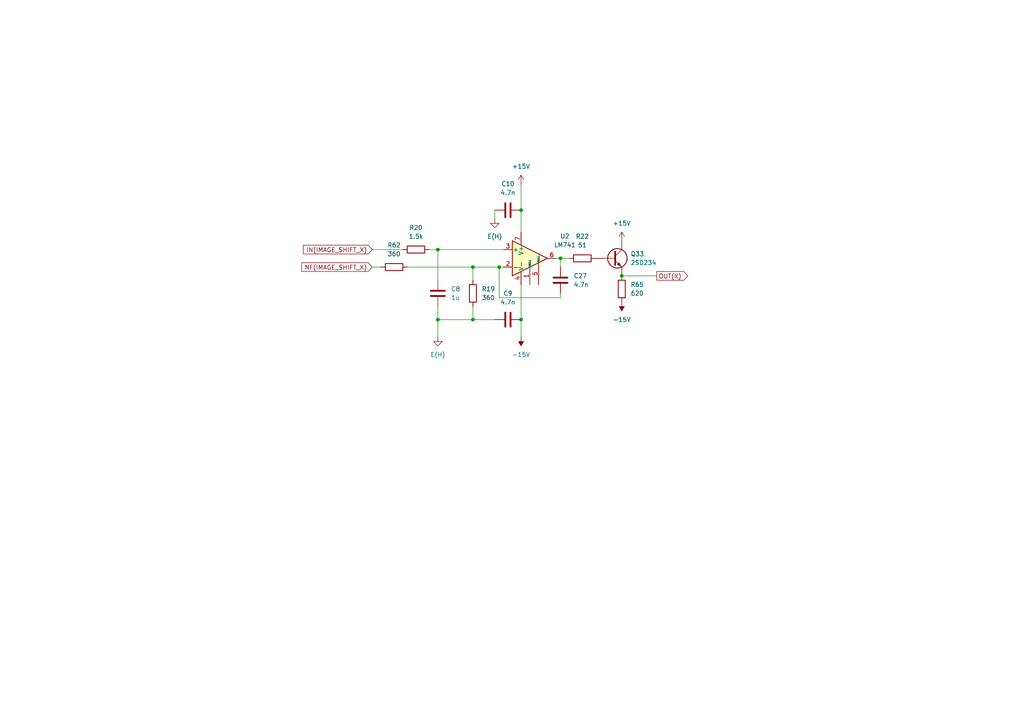
<source format=kicad_sch>
(kicad_sch (version 20250114) (generator "eeschema") (generator_version "9.0")
  (paper "A4")
  (lib_symbols
    (symbol "Amplifier_Operational:LM741" (pin_names (offset 0.127))
      (property "Reference" "U" (at 0 6.35 0))
      (property "Value" "LM741" (at 0 3.81 0))
      (symbol "LM741_0_1"
        (polyline (pts (xy -5.08 5.08) (xy 5.08 0) (xy -5.08 -5.08) (xy -5.08 5.08)) (stroke (width 0.254)) (fill (type background)))
      )
      (symbol "LM741_1_1"
        (pin input line (at -7.62 2.54 0) (length 2.54) (name "+") (number "3"))
        (pin input line (at -7.62 -2.54 0) (length 2.54) (name "-") (number "2"))
        (pin power_in line (at -2.54 7.62 270) (length 3.81) (name "V+") (number "7"))
        (pin power_in line (at -2.54 -7.62 90) (length 3.81) (name "V-") (number "4"))
        (pin no_connect line (at 0 2.54 270) (length 2.54) (hide yes) (name "NC") (number "8"))
        (pin input line (at 0 -7.62 90) (length 5.08) (name "NULL") (number "1"))
        (pin input line (at 2.54 -7.62 90) (length 6.35) (name "NULL") (number "5"))
        (pin output line (at 7.62 0 180) (length 2.54) (name "~") (number "6"))
      )
    )
    (symbol "Device:C" (pin_numbers (hide yes)) (pin_names (offset 0.254))
      (property "Reference" "C" (at 0.635 2.54 0))
      (property "Value" "C" (at 0.635 -2.54 0))
      (symbol "C_0_1"
        (polyline (pts (xy -2.032 0.762) (xy 2.032 0.762)) (stroke (width 0.508)))
        (polyline (pts (xy -2.032 -0.762) (xy 2.032 -0.762)) (stroke (width 0.508)))
      )
      (symbol "C_1_1"
        (pin passive line (at 0 3.81 270) (length 2.794) (name "~") (number "1"))
        (pin passive line (at 0 -3.81 90) (length 2.794) (name "~") (number "2"))
      )
    )
    (symbol "Device:Q_NPN" (pin_numbers (hide yes)) (pin_names (offset 0) (hide yes))
      (property "Reference" "Q" (at 5.08 1.27 0))
      (property "Value" "Q_NPN" (at 5.08 -1.27 0))
      (symbol "Q_NPN_0_1"
        (polyline (pts (xy -2.54 0) (xy 0.635 0)))
        (polyline (pts (xy 0.635 1.905) (xy 0.635 -1.905)) (stroke (width 0.508)))
        (polyline (pts (xy 0.635 0.635) (xy 2.54 2.54)))
        (polyline (pts (xy 0.635 -0.635) (xy 2.54 -2.54)))
        (circle (center 1.27 0) (radius 2.8194) (stroke (width 0.254)))
        (polyline (pts (xy 1.27 -1.778) (xy 1.778 -1.27) (xy 2.286 -2.286) (xy 1.27 -1.778)) (fill (type outline)))
      )
      (symbol "Q_NPN_1_1"
        (pin input line (at -5.08 0 0) (length 2.54) (name "B") (number "B"))
        (pin passive line (at 2.54 5.08 270) (length 2.54) (name "C") (number "C"))
        (pin passive line (at 2.54 -5.08 90) (length 2.54) (name "E") (number "E"))
      )
    )
    (symbol "Device:R" (pin_numbers (hide yes)) (pin_names (offset 0))
      (property "Reference" "R" (at 2.032 0 90))
      (property "Value" "R" (at 0 0 90))
      (symbol "R_0_1"
        (rectangle (start -1.016 -2.54) (end 1.016 2.54) (stroke (width 0.254)))
      )
      (symbol "R_1_1"
        (pin passive line (at 0 3.81 270) (length 1.27) (name "~") (number "1"))
        (pin passive line (at 0 -3.81 90) (length 1.27) (name "~") (number "2"))
      )
    )
    (symbol "power:+15V" (power) (pin_numbers (hide yes)) (pin_names (offset 0) (hide yes))
      (property "Value" "+15V" (at 0 3.556 0))
      (symbol "+15V_0_1"
        (polyline (pts (xy -0.762 1.27) (xy 0 2.54)))
        (polyline (pts (xy 0 2.54) (xy 0.762 1.27)))
        (polyline (pts (xy 0 0) (xy 0 2.54)))
      )
      (symbol "+15V_1_1"
        (pin power_in line (at 0 0 90) (length 0) (name "~") (number "1"))
      )
    )
    (symbol "power:-15V" (power) (pin_numbers (hide yes)) (pin_names (offset 0) (hide yes))
      (property "Value" "-15V" (at 0 3.556 0))
      (symbol "-15V_0_0"
        (pin power_in line (at 0 0 90) (length 0) (name "~") (number "1"))
      )
      (symbol "-15V_0_1"
        (polyline (pts (xy 0 0) (xy 0 1.27) (xy 0.762 1.27) (xy 0 2.54) (xy -0.762 1.27) (xy 0 1.27)) (fill (type outline)))
      )
    )
    (symbol "power:GND" (power) (pin_numbers (hide yes)) (pin_names (offset 0) (hide yes))
      (property "Value" "GND" (at 0 -3.81 0))
      (symbol "GND_0_1"
        (polyline (pts (xy 0 0) (xy 0 -1.27) (xy 1.27 -1.27) (xy 0 -2.54) (xy -1.27 -1.27) (xy 0 -1.27)))
      )
      (symbol "GND_1_1"
        (pin power_in line (at 0 0 270) (length 0) (name "~") (number "1"))
      )
    )
  )
  (junction (at 137.16 92.71))
  (junction (at 144.78 77.47))
  (junction (at 151.13 60.96))
  (junction (at 127 72.39))
  (junction (at 162.56 74.93))
  (junction (at 151.13 92.71))
  (junction (at 127 92.71))
  (junction (at 137.16 77.47))
  (junction (at 180.34 80.01))
  (wire (pts (xy 151.13 53.34) (xy 151.13 60.96)))
  (wire (pts (xy 127 97.79) (xy 127 92.71)))
  (wire (pts (xy 162.56 74.93) (xy 165.1 74.93)))
  (wire (pts (xy 151.13 82.55) (xy 151.13 92.71)))
  (wire (pts (xy 151.13 60.96) (xy 151.13 67.31)))
  (wire (pts (xy 190.5 80.01) (xy 180.34 80.01)))
  (wire (pts (xy 127 88.9) (xy 127 92.71)))
  (wire (pts (xy 143.51 63.5) (xy 143.51 60.96)))
  (wire (pts (xy 124.46 72.39) (xy 127 72.39)))
  (wire (pts (xy 107.95 72.39) (xy 116.84 72.39)))
  (wire (pts (xy 137.16 77.47) (xy 144.78 77.47)))
  (wire (pts (xy 127 92.71) (xy 137.16 92.71)))
  (wire (pts (xy 137.16 88.9) (xy 137.16 92.71)))
  (wire (pts (xy 137.16 92.71) (xy 143.51 92.71)))
  (wire (pts (xy 127 72.39) (xy 127 81.28)))
  (wire (pts (xy 137.16 77.47) (xy 137.16 81.28)))
  (wire (pts (xy 144.78 77.47) (xy 146.05 77.47)))
  (wire (pts (xy 162.56 86.36) (xy 144.78 86.36)))
  (wire (pts (xy 151.13 97.79) (xy 151.13 92.71)))
  (wire (pts (xy 162.56 74.93) (xy 162.56 77.47)))
  (wire (pts (xy 144.78 86.36) (xy 144.78 77.47)))
  (wire (pts (xy 127 72.39) (xy 146.05 72.39)))
  (wire (pts (xy 162.56 85.09) (xy 162.56 86.36)))
  (wire (pts (xy 118.11 77.47) (xy 137.16 77.47)))
  (wire (pts (xy 107.95 77.47) (xy 110.49 77.47)))
  (wire (pts (xy 161.29 74.93) (xy 162.56 74.93)))
  (global_label "NF(IMAGE_SHIFT_X)" (shape input) (at 107.95 77.47 180) (property "Intersheetrefs" "${INTERSHEET_REFS}" (effects (hide yes))))
  (global_label "OUT(X)" (shape output) (at 190.5 80.01 0) (property "Intersheetrefs" "${INTERSHEET_REFS}" (effects (hide yes))))
  (global_label "IN(IMAGE_SHIFT_X)" (shape input) (at 107.95 72.39 180) (property "Intersheetrefs" "${INTERSHEET_REFS}" (effects (hide yes))))
  (symbol (lib_id "Device:Q_NPN") (at 177.8 74.93 0) (unit 1)
    (property "Reference" "Q33" (at 182.88 73.6599 0) (effects (justify left)))
    (property "Value" "2SD234" (at 182.88 76.1999 0) (effects (justify left)))
    (property "Description" "NPN bipolar junction transistor" (effects (hide yes)))
  )
  (symbol (lib_id "Device:C") (at 162.56 81.28 0) (unit 1)
    (property "Reference" "C27" (at 166.37 80.0099 0) (effects (justify left)))
    (property "Value" "4.7n" (at 166.37 82.5499 0) (effects (justify left)))
    (property "Description" "Unpolarized capacitor" (effects (hide yes)))
  )
  (symbol (lib_id "Device:C") (at 147.32 92.71 90) (unit 1)
    (property "Reference" "C9" (at 147.32 85.09 90))
    (property "Value" "4.7n" (at 147.32 87.63 90))
    (property "Description" "Unpolarized capacitor" (effects (hide yes)))
  )
  (symbol (lib_id "power:-15V") (at 151.13 97.79 180) (unit 1)
    (property "Reference" "#PWR09" (effects (hide yes)))
    (property "Value" "-15V" (at 151.13 102.87 0))
    (property "Description" "Power symbol creates a global label with name \"-15V\"" (effects (hide yes)))
  )
  (symbol (lib_id "power:GND") (at 127 97.79 0) (unit 1)
    (property "Reference" "#PWR057" (effects (hide yes)))
    (property "Value" "E(H)" (at 127 102.87 0))
    (property "Description" "Power symbol creates a global label with name \"GND\" , ground" (effects (hide yes)))
  )
  (symbol (lib_id "Device:R") (at 168.91 74.93 90) (unit 1)
    (property "Reference" "R22" (at 168.91 68.58 90))
    (property "Value" "51" (at 168.91 71.12 90))
    (property "Description" "Resistor" (effects (hide yes)))
  )
  (symbol (lib_id "Amplifier_Operational:LM741") (at 153.67 74.93 0) (unit 1)
    (property "Reference" "U2" (at 163.83 68.5098 0))
    (property "Value" "LM741" (at 163.83 71.0498 0))
    (property "Datasheet" "http://www.ti.com/lit/ds/symlink/lm741.pdf" (effects (hide yes)))
    (property "Description" "Operational Amplifier, DIP-8/TO-99-8" (effects (hide yes)))
  )
  (symbol (lib_id "power:-15V") (at 180.34 87.63 180) (unit 1)
    (property "Reference" "#PWR026" (effects (hide yes)))
    (property "Value" "-15V" (at 180.34 92.71 0))
    (property "Description" "Power symbol creates a global label with name \"-15V\"" (effects (hide yes)))
  )
  (symbol (lib_id "power:+15V") (at 151.13 53.34 0) (unit 1)
    (property "Reference" "#PWR02" (effects (hide yes)))
    (property "Value" "+15V" (at 151.13 48.26 0))
    (property "Description" "Power symbol creates a global label with name \"+15V\"" (effects (hide yes)))
  )
  (symbol (lib_id "Device:R") (at 180.34 83.82 0) (unit 1)
    (property "Reference" "R65" (at 182.88 82.5499 0) (effects (justify left)))
    (property "Value" "620" (at 182.88 85.0899 0) (effects (justify left)))
    (property "Description" "Resistor" (effects (hide yes)))
  )
  (symbol (lib_id "power:+15V") (at 180.34 69.85 0) (unit 1)
    (property "Reference" "#PWR014" (effects (hide yes)))
    (property "Value" "+15V" (at 180.34 64.77 0))
    (property "Description" "Power symbol creates a global label with name \"+15V\"" (effects (hide yes)))
  )
  (symbol (lib_id "Device:C") (at 147.32 60.96 90) (unit 1)
    (property "Reference" "C10" (at 147.32 53.34 90))
    (property "Value" "4.7n" (at 147.32 55.88 90))
    (property "Description" "Unpolarized capacitor" (effects (hide yes)))
  )
  (symbol (lib_id "Device:R") (at 137.16 85.09 0) (unit 1)
    (property "Reference" "R19" (at 139.7 83.8199 0) (effects (justify left)))
    (property "Value" "360" (at 139.7 86.3599 0) (effects (justify left)))
    (property "Description" "Resistor" (effects (hide yes)))
  )
  (symbol (lib_id "power:GND") (at 143.51 63.5 0) (unit 1)
    (property "Reference" "#PWR058" (effects (hide yes)))
    (property "Value" "E(H)" (at 143.51 68.58 0))
    (property "Description" "Power symbol creates a global label with name \"GND\" , ground" (effects (hide yes)))
  )
  (symbol (lib_id "Device:C") (at 127 85.09 0) (unit 1)
    (property "Reference" "C8" (at 130.81 83.8199 0) (effects (justify left)))
    (property "Value" "1u" (at 130.81 86.3599 0) (effects (justify left)))
    (property "Description" "Unpolarized capacitor" (effects (hide yes)))
  )
  (symbol (lib_id "Device:R") (at 114.3 77.47 90) (unit 1)
    (property "Reference" "R62" (at 114.3 71.12 90))
    (property "Value" "360" (at 114.3 73.66 90))
    (property "Description" "Resistor" (effects (hide yes)))
  )
  (symbol (lib_id "Device:R") (at 120.65 72.39 90) (unit 1)
    (property "Reference" "R20" (at 120.65 66.04 90))
    (property "Value" "1.5k" (at 120.65 68.58 90))
    (property "Description" "Resistor" (effects (hide yes)))
  )
)
</source>
